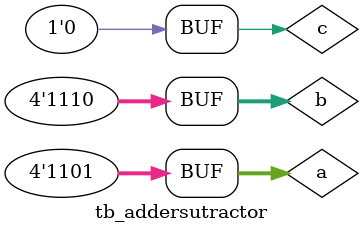
<source format=v>
`timescale 1ns / 1ps


module tb_addersutractor(  );
reg [3:0]a,b;
reg c;
wire [3:0]sum;
wire c_out;
adder_subtractor s1(a,b,c,sum,c_out);
initial
begin
a=4'b0001;b=4'b0110;c=0;#40;
a=4'b0101;b=4'b0110;c=0;#40;
a=4'b1001;b=4'b0010;c=1;#40;
a=4'b1101;b=4'b1110;c=1;#40;
a=4'b1001;b=4'b1110;c=1;#40;
a=4'b1101;b=4'b1110;c=0;#40;
end

endmodule

</source>
